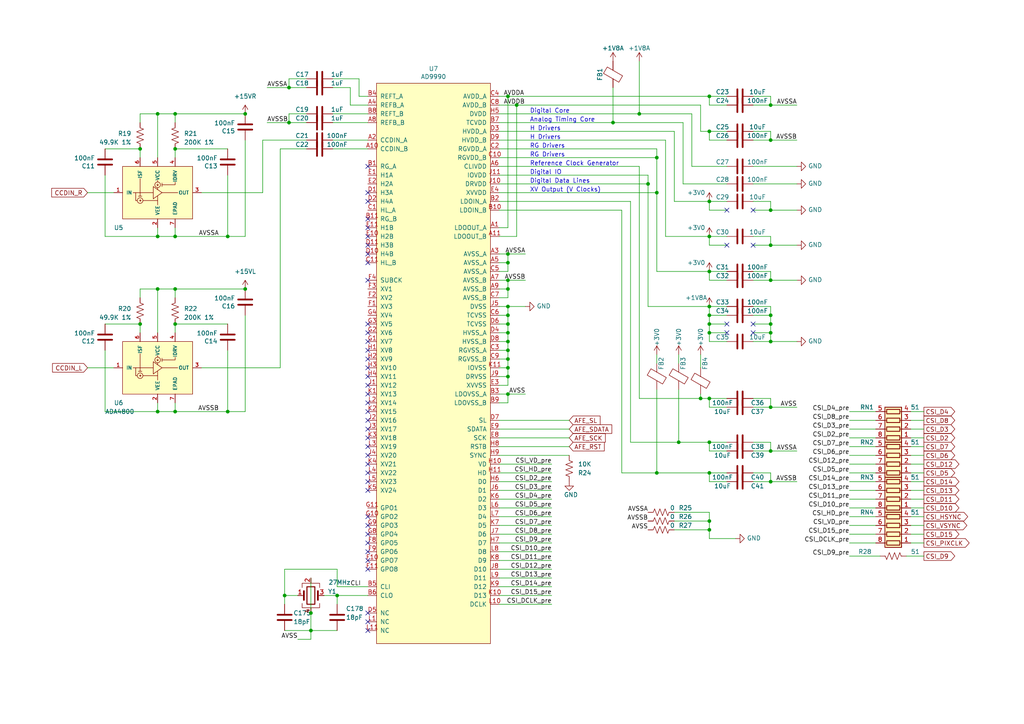
<source format=kicad_sch>
(kicad_sch (version 20231120) (generator "eeschema") (generator_version "8.0")
  (paper "A4")
  (title_block (title "Sitina 1 Sensor Board") (date "2024-03-25") (rev "R0.9") (company "Copyright 2024 Wenting Zhang") (comment 2 "MERCHANTABILITY, SATISFACTORY QUALITY AND FITNESS FOR A PARTICULAR PURPOSE.") (comment 3 "This source is distributed WITHOUT ANY EXPRESS OR IMPLIED WARRANTY, INCLUDING OF") (comment 4 "This source describes Open Hardware and is licensed under the CERN-OHL-P v2."))
  (junction (at 147.32 101.6) (diameter 0.9144))
  (junction (at 83.82 35.56))
  (junction (at 83.82 25.4))
  (junction (at 50.8 119.38))
  (junction (at 45.72 119.38))
  (junction (at 90.17 177.8) (diameter 0.9144))
  (junction (at 223.52 40.64))
  (junction (at 149.86 30.48))
  (junction (at 223.52 99.06))
  (junction (at 147.32 81.28))
  (junction (at 90.17 182.88) (diameter 0.9144))
  (junction (at 223.52 91.44))
  (junction (at 205.74 78.74) (diameter 0.9144))
  (junction (at 147.32 109.22) (diameter 0.9144))
  (junction (at 40.64 43.18))
  (junction (at 205.74 96.52))
  (junction (at 185.42 33.02))
  (junction (at 223.52 96.52))
  (junction (at 223.52 139.7))
  (junction (at 203.2 115.57))
  (junction (at 147.32 106.68) (diameter 0.9144))
  (junction (at 147.32 83.82) (diameter 0.9144))
  (junction (at 205.74 128.27))
  (junction (at 205.74 151.13))
  (junction (at 66.04 119.38))
  (junction (at 223.52 118.11))
  (junction (at 196.85 128.27))
  (junction (at 190.5 137.16))
  (junction (at 50.8 68.58))
  (junction (at 205.74 115.57))
  (junction (at 45.72 33.02) (diameter 0.9144))
  (junction (at 223.52 71.12))
  (junction (at 190.5 45.72))
  (junction (at 147.32 73.66))
  (junction (at 40.64 93.98))
  (junction (at 205.74 38.1) (diameter 0.9144))
  (junction (at 147.32 99.06) (diameter 0.9144))
  (junction (at 190.5 55.88))
  (junction (at 177.8 35.56))
  (junction (at 147.32 93.98) (diameter 0.9144))
  (junction (at 223.52 130.81))
  (junction (at 205.74 91.44))
  (junction (at 147.32 88.9))
  (junction (at 205.74 153.67))
  (junction (at 71.12 33.02))
  (junction (at 147.32 114.3))
  (junction (at 205.74 68.58) (diameter 0.9144))
  (junction (at 71.12 83.82))
  (junction (at 223.52 81.28))
  (junction (at 147.32 96.52) (diameter 0.9144))
  (junction (at 50.8 93.98))
  (junction (at 50.8 43.18))
  (junction (at 66.04 68.58))
  (junction (at 97.79 172.72))
  (junction (at 187.96 53.34))
  (junction (at 205.74 93.98))
  (junction (at 147.32 91.44) (diameter 0.9144))
  (junction (at 50.8 33.02) (diameter 0.9144))
  (junction (at 205.74 137.16))
  (junction (at 45.72 83.82) (diameter 0.9144))
  (junction (at 223.52 93.98))
  (junction (at 147.32 104.14) (diameter 0.9144))
  (junction (at 205.74 27.94) (diameter 0.9144))
  (junction (at 147.32 76.2) (diameter 0.9144))
  (junction (at 147.32 27.94))
  (junction (at 223.52 30.48))
  (junction (at 45.72 68.58))
  (junction (at 205.74 88.9))
  (junction (at 223.52 60.96))
  (junction (at 82.55 172.72) (diameter 0.9144))
  (junction (at 50.8 83.82) (diameter 0.9144))
  (junction (at 205.74 58.42) (diameter 0.9144))
  (no_connect (at 106.68 121.92))
  (no_connect (at 106.68 160.02))
  (no_connect (at 106.68 119.38))
  (no_connect (at 106.68 132.08))
  (no_connect (at 106.68 73.66))
  (no_connect (at 106.68 142.24))
  (no_connect (at 106.68 137.16))
  (no_connect (at 106.68 154.94))
  (no_connect (at 106.68 106.68))
  (no_connect (at 106.68 96.52))
  (no_connect (at 218.44 60.96))
  (no_connect (at 106.68 55.88))
  (no_connect (at 106.68 149.86))
  (no_connect (at 106.68 152.4))
  (no_connect (at 106.68 114.3))
  (no_connect (at 106.68 93.98))
  (no_connect (at 106.68 58.42))
  (no_connect (at 106.68 127))
  (no_connect (at 106.68 139.7))
  (no_connect (at 210.82 60.96))
  (no_connect (at 106.68 109.22))
  (no_connect (at 106.68 165.1))
  (no_connect (at 218.44 93.98))
  (no_connect (at 106.68 129.54))
  (no_connect (at 106.68 182.88))
  (no_connect (at 218.44 71.12))
  (no_connect (at 106.68 104.14))
  (no_connect (at 106.68 99.06))
  (no_connect (at 106.68 134.62))
  (no_connect (at 106.68 157.48))
  (no_connect (at 106.68 63.5))
  (no_connect (at 106.68 66.04))
  (no_connect (at 106.68 68.58))
  (no_connect (at 106.68 76.2))
  (no_connect (at 106.68 48.26))
  (no_connect (at 106.68 81.28))
  (no_connect (at 106.68 101.6))
  (no_connect (at 106.68 177.8))
  (no_connect (at 106.68 180.34))
  (no_connect (at 210.82 71.12))
  (no_connect (at 106.68 111.76))
  (no_connect (at 106.68 124.46))
  (no_connect (at 106.68 116.84))
  (no_connect (at 210.82 96.52))
  (no_connect (at 106.68 71.12))
  (no_connect (at 106.68 162.56))
  (no_connect (at 218.44 96.52))
  (no_connect (at 210.82 93.98))
  (wire (pts (xy 45.72 68.58) (xy 30.48 68.58)))
  (wire (pts (xy 88.9 25.4) (xy 83.82 25.4)))
  (wire (pts (xy 147.32 104.14) (xy 147.32 106.68)))
  (wire (pts (xy 205.74 40.64) (xy 210.82 40.64)))
  (wire (pts (xy 147.32 73.66) (xy 144.78 73.66)))
  (wire (pts (xy 81.28 106.68) (xy 81.28 43.18)))
  (wire (pts (xy 90.17 167.64) (xy 90.17 177.8)))
  (wire (pts (xy 147.32 88.9) (xy 152.4 88.9)))
  (wire (pts (xy 218.44 71.12) (xy 223.52 71.12)))
  (wire (pts (xy 147.32 27.94) (xy 147.32 66.04)))
  (wire (pts (xy 96.52 22.86) (xy 104.14 22.86)))
  (wire (pts (xy 40.64 43.18) (xy 40.64 45.72)))
  (wire (pts (xy 144.78 53.34) (xy 187.96 53.34)))
  (wire (pts (xy 147.32 99.06) (xy 147.32 101.6)))
  (wire (pts (xy 205.74 115.57) (xy 205.74 118.11)))
  (wire (pts (xy 187.96 88.9) (xy 205.74 88.9)))
  (wire (pts (xy 264.16 152.4) (xy 267.97 152.4)))
  (wire (pts (xy 50.8 86.36) (xy 50.8 83.82)))
  (wire (pts (xy 223.52 38.1) (xy 223.52 40.64)))
  (wire (pts (xy 190.5 43.18) (xy 190.5 45.72)))
  (wire (pts (xy 147.32 78.74) (xy 147.32 76.2)))
  (wire (pts (xy 144.78 45.72) (xy 190.5 45.72)))
  (wire (pts (xy 45.72 33.02) (xy 50.8 33.02)))
  (wire (pts (xy 144.78 27.94) (xy 147.32 27.94)))
  (wire (pts (xy 50.8 35.56) (xy 50.8 33.02)))
  (wire (pts (xy 97.79 182.88) (xy 90.17 182.88)))
  (wire (pts (xy 40.64 35.56) (xy 40.64 33.02)))
  (wire (pts (xy 144.78 172.72) (xy 160.02 172.72)))
  (wire (pts (xy 25.4 106.68) (xy 33.02 106.68)))
  (wire (pts (xy 187.96 50.8) (xy 187.96 53.34)))
  (wire (pts (xy 144.78 114.3) (xy 147.32 114.3)))
  (wire (pts (xy 246.38 119.38) (xy 254 119.38)))
  (wire (pts (xy 193.04 68.58) (xy 193.04 40.64)))
  (wire (pts (xy 30.48 119.38) (xy 45.72 119.38)))
  (wire (pts (xy 97.79 172.72) (xy 106.68 172.72)))
  (wire (pts (xy 223.52 81.28) (xy 231.14 81.28)))
  (wire (pts (xy 223.52 91.44) (xy 223.52 93.98)))
  (wire (pts (xy 147.32 93.98) (xy 147.32 91.44)))
  (wire (pts (xy 58.42 55.88) (xy 76.2 55.88)))
  (wire (pts (xy 144.78 86.36) (xy 147.32 86.36)))
  (wire (pts (xy 144.78 160.02) (xy 160.02 160.02)))
  (wire (pts (xy 205.74 156.21) (xy 205.74 153.67)))
  (wire (pts (xy 144.78 38.1) (xy 195.58 38.1)))
  (wire (pts (xy 223.52 137.16) (xy 218.44 137.16)))
  (wire (pts (xy 223.52 78.74) (xy 223.52 81.28)))
  (wire (pts (xy 196.85 102.87) (xy 196.85 105.41)))
  (wire (pts (xy 66.04 50.8) (xy 66.04 68.58)))
  (wire (pts (xy 83.82 33.02) (xy 88.9 33.02)))
  (wire (pts (xy 147.32 106.68) (xy 147.32 109.22)))
  (wire (pts (xy 144.78 165.1) (xy 160.02 165.1)))
  (wire (pts (xy 147.32 96.52) (xy 147.32 93.98)))
  (wire (pts (xy 40.64 33.02) (xy 45.72 33.02)))
  (wire (pts (xy 246.38 154.94) (xy 254 154.94)))
  (wire (pts (xy 264.16 137.16) (xy 267.97 137.16)))
  (wire (pts (xy 144.78 81.28) (xy 147.32 81.28)))
  (wire (pts (xy 58.42 106.68) (xy 81.28 106.68)))
  (wire (pts (xy 246.38 137.16) (xy 254 137.16)))
  (wire (pts (xy 205.74 78.74) (xy 205.74 81.28)))
  (wire (pts (xy 165.1 132.08) (xy 144.78 132.08)))
  (wire (pts (xy 205.74 156.21) (xy 213.36 156.21)))
  (wire (pts (xy 50.8 116.84) (xy 50.8 119.38)))
  (wire (pts (xy 205.74 78.74) (xy 210.82 78.74)))
  (wire (pts (xy 223.52 30.48) (xy 231.14 30.48)))
  (wire (pts (xy 205.74 91.44) (xy 205.74 93.98)))
  (wire (pts (xy 200.66 48.26) (xy 210.82 48.26)))
  (wire (pts (xy 246.38 152.4) (xy 254 152.4)))
  (wire (pts (xy 147.32 114.3) (xy 152.4 114.3)))
  (wire (pts (xy 144.78 116.84) (xy 147.32 116.84)))
  (wire (pts (xy 96.52 43.18) (xy 106.68 43.18)))
  (wire (pts (xy 218.44 53.34) (xy 231.14 53.34)))
  (wire (pts (xy 147.32 78.74) (xy 144.78 78.74)))
  (wire (pts (xy 218.44 81.28) (xy 223.52 81.28)))
  (wire (pts (xy 190.5 113.03) (xy 190.5 137.16)))
  (wire (pts (xy 223.52 96.52) (xy 223.52 99.06)))
  (wire (pts (xy 205.74 88.9) (xy 210.82 88.9)))
  (wire (pts (xy 82.55 182.88) (xy 90.17 182.88)))
  (wire (pts (xy 144.78 66.04) (xy 147.32 66.04)))
  (wire (pts (xy 106.68 30.48) (xy 101.6 30.48)))
  (wire (pts (xy 223.52 128.27) (xy 218.44 128.27)))
  (wire (pts (xy 205.74 91.44) (xy 210.82 91.44)))
  (wire (pts (xy 144.78 147.32) (xy 160.02 147.32)))
  (wire (pts (xy 195.58 38.1) (xy 195.58 58.42)))
  (wire (pts (xy 246.38 124.46) (xy 254 124.46)))
  (wire (pts (xy 205.74 71.12) (xy 205.74 68.58)))
  (wire (pts (xy 177.8 25.4) (xy 177.8 35.56)))
  (wire (pts (xy 205.74 93.98) (xy 210.82 93.98)))
  (wire (pts (xy 88.9 35.56) (xy 83.82 35.56)))
  (wire (pts (xy 180.34 137.16) (xy 180.34 60.96)))
  (wire (pts (xy 177.8 35.56) (xy 198.12 35.56)))
  (wire (pts (xy 203.2 115.57) (xy 205.74 115.57)))
  (wire (pts (xy 218.44 40.64) (xy 223.52 40.64)))
  (wire (pts (xy 195.58 151.13) (xy 205.74 151.13)))
  (wire (pts (xy 101.6 25.4) (xy 96.52 25.4)))
  (wire (pts (xy 246.38 132.08) (xy 254 132.08)))
  (wire (pts (xy 165.1 124.46) (xy 144.78 124.46)))
  (wire (pts (xy 223.52 118.11) (xy 231.14 118.11)))
  (wire (pts (xy 205.74 27.94) (xy 210.82 27.94)))
  (wire (pts (xy 144.78 109.22) (xy 147.32 109.22)))
  (wire (pts (xy 205.74 96.52) (xy 205.74 99.06)))
  (wire (pts (xy 218.44 91.44) (xy 223.52 91.44)))
  (wire (pts (xy 90.17 185.42) (xy 90.17 182.88)))
  (wire (pts (xy 147.32 96.52) (xy 144.78 96.52)))
  (wire (pts (xy 50.8 119.38) (xy 66.04 119.38)))
  (wire (pts (xy 182.88 128.27) (xy 196.85 128.27)))
  (wire (pts (xy 223.52 88.9) (xy 223.52 91.44)))
  (wire (pts (xy 83.82 22.86) (xy 83.82 25.4)))
  (wire (pts (xy 205.74 88.9) (xy 205.74 91.44)))
  (wire (pts (xy 144.78 60.96) (xy 180.34 60.96)))
  (wire (pts (xy 45.72 116.84) (xy 45.72 119.38)))
  (wire (pts (xy 147.32 96.52) (xy 147.32 99.06)))
  (wire (pts (xy 223.52 139.7) (xy 231.14 139.7)))
  (wire (pts (xy 40.64 86.36) (xy 40.64 83.82)))
  (wire (pts (xy 223.52 40.64) (xy 231.14 40.64)))
  (wire (pts (xy 96.52 33.02) (xy 106.68 33.02)))
  (wire (pts (xy 205.74 153.67) (xy 195.58 153.67)))
  (wire (pts (xy 200.66 33.02) (xy 200.66 48.26)))
  (wire (pts (xy 205.74 38.1) (xy 210.82 38.1)))
  (wire (pts (xy 147.32 86.36) (xy 147.32 83.82)))
  (wire (pts (xy 66.04 43.18) (xy 50.8 43.18)))
  (wire (pts (xy 76.2 40.64) (xy 88.9 40.64)))
  (wire (pts (xy 86.36 185.42) (xy 90.17 185.42)))
  (wire (pts (xy 246.38 149.86) (xy 254 149.86)))
  (wire (pts (xy 147.32 73.66) (xy 152.4 73.66)))
  (wire (pts (xy 198.12 53.34) (xy 210.82 53.34)))
  (wire (pts (xy 200.66 33.02) (xy 185.42 33.02)))
  (wire (pts (xy 264.16 132.08) (xy 267.97 132.08)))
  (wire (pts (xy 45.72 66.04) (xy 45.72 68.58)))
  (wire (pts (xy 218.44 38.1) (xy 223.52 38.1)))
  (wire (pts (xy 97.79 170.18) (xy 106.68 170.18)))
  (wire (pts (xy 264.16 119.38) (xy 267.97 119.38)))
  (wire (pts (xy 218.44 78.74) (xy 223.52 78.74)))
  (wire (pts (xy 30.48 93.98) (xy 40.64 93.98)))
  (wire (pts (xy 71.12 91.44) (xy 71.12 119.38)))
  (wire (pts (xy 218.44 88.9) (xy 223.52 88.9)))
  (wire (pts (xy 223.52 130.81) (xy 223.52 128.27)))
  (wire (pts (xy 144.78 157.48) (xy 160.02 157.48)))
  (wire (pts (xy 205.74 96.52) (xy 210.82 96.52)))
  (wire (pts (xy 90.17 177.8) (xy 90.17 182.88)))
  (wire (pts (xy 264.16 121.92) (xy 267.97 121.92)))
  (wire (pts (xy 45.72 96.52) (xy 45.72 83.82)))
  (wire (pts (xy 218.44 139.7) (xy 223.52 139.7)))
  (wire (pts (xy 144.78 55.88) (xy 190.5 55.88)))
  (wire (pts (xy 50.8 66.04) (xy 50.8 68.58)))
  (wire (pts (xy 144.78 152.4) (xy 160.02 152.4)))
  (wire (pts (xy 144.78 43.18) (xy 190.5 43.18)))
  (wire (pts (xy 144.78 68.58) (xy 149.86 68.58)))
  (wire (pts (xy 190.5 55.88) (xy 190.5 78.74)))
  (wire (pts (xy 147.32 91.44) (xy 147.32 88.9)))
  (wire (pts (xy 223.52 71.12) (xy 231.14 71.12)))
  (wire (pts (xy 246.38 127) (xy 254 127)))
  (wire (pts (xy 40.64 93.98) (xy 40.64 96.52)))
  (wire (pts (xy 144.78 139.7) (xy 160.02 139.7)))
  (wire (pts (xy 147.32 91.44) (xy 144.78 91.44)))
  (wire (pts (xy 246.38 134.62) (xy 254 134.62)))
  (wire (pts (xy 218.44 93.98) (xy 223.52 93.98)))
  (wire (pts (xy 149.86 68.58) (xy 149.86 30.48)))
  (wire (pts (xy 180.34 137.16) (xy 190.5 137.16)))
  (wire (pts (xy 264.16 129.54) (xy 267.97 129.54)))
  (wire (pts (xy 147.32 27.94) (xy 205.74 27.94)))
  (wire (pts (xy 205.74 68.58) (xy 210.82 68.58)))
  (wire (pts (xy 190.5 78.74) (xy 205.74 78.74)))
  (wire (pts (xy 182.88 58.42) (xy 182.88 128.27)))
  (wire (pts (xy 246.38 157.48) (xy 254 157.48)))
  (wire (pts (xy 185.42 17.78) (xy 185.42 33.02)))
  (wire (pts (xy 144.78 104.14) (xy 147.32 104.14)))
  (wire (pts (xy 30.48 68.58) (xy 30.48 50.8)))
  (wire (pts (xy 205.74 137.16) (xy 210.82 137.16)))
  (wire (pts (xy 223.52 60.96) (xy 231.14 60.96)))
  (wire (pts (xy 190.5 102.87) (xy 190.5 105.41)))
  (wire (pts (xy 205.74 68.58) (xy 193.04 68.58)))
  (wire (pts (xy 144.78 88.9) (xy 147.32 88.9)))
  (wire (pts (xy 40.64 83.82) (xy 45.72 83.82)))
  (wire (pts (xy 144.78 144.78) (xy 160.02 144.78)))
  (wire (pts (xy 203.2 38.1) (xy 205.74 38.1)))
  (wire (pts (xy 147.32 106.68) (xy 144.78 106.68)))
  (wire (pts (xy 144.78 162.56) (xy 160.02 162.56)))
  (wire (pts (xy 205.74 58.42) (xy 210.82 58.42)))
  (wire (pts (xy 205.74 93.98) (xy 205.74 96.52)))
  (wire (pts (xy 223.52 139.7) (xy 223.52 137.16)))
  (wire (pts (xy 144.78 48.26) (xy 185.42 48.26)))
  (wire (pts (xy 30.48 43.18) (xy 40.64 43.18)))
  (wire (pts (xy 246.38 121.92) (xy 254 121.92)))
  (wire (pts (xy 86.36 172.72) (xy 82.55 172.72)))
  (wire (pts (xy 147.32 101.6) (xy 144.78 101.6)))
  (wire (pts (xy 223.52 58.42) (xy 223.52 60.96)))
  (wire (pts (xy 196.85 128.27) (xy 205.74 128.27)))
  (wire (pts (xy 246.38 161.29) (xy 255.27 161.29)))
  (wire (pts (xy 210.82 139.7) (xy 205.74 139.7)))
  (wire (pts (xy 196.85 113.03) (xy 196.85 128.27)))
  (wire (pts (xy 218.44 99.06) (xy 223.52 99.06)))
  (wire (pts (xy 223.52 99.06) (xy 231.14 99.06)))
  (wire (pts (xy 190.5 45.72) (xy 190.5 55.88)))
  (wire (pts (xy 45.72 83.82) (xy 50.8 83.82)))
  (wire (pts (xy 77.47 35.56) (xy 83.82 35.56)))
  (wire (pts (xy 190.5 137.16) (xy 205.74 137.16)))
  (wire (pts (xy 96.52 40.64) (xy 106.68 40.64)))
  (wire (pts (xy 223.52 115.57) (xy 218.44 115.57)))
  (wire (pts (xy 25.4 55.88) (xy 33.02 55.88)))
  (wire (pts (xy 50.8 33.02) (xy 71.12 33.02)))
  (wire (pts (xy 144.78 99.06) (xy 147.32 99.06)))
  (wire (pts (xy 147.32 111.76) (xy 144.78 111.76)))
  (wire (pts (xy 210.82 60.96) (xy 205.74 60.96)))
  (wire (pts (xy 223.52 27.94) (xy 223.52 30.48)))
  (wire (pts (xy 205.74 128.27) (xy 210.82 128.27)))
  (wire (pts (xy 147.32 81.28) (xy 152.4 81.28)))
  (wire (pts (xy 193.04 40.64) (xy 144.78 40.64)))
  (wire (pts (xy 147.32 83.82) (xy 144.78 83.82)))
  (wire (pts (xy 205.74 60.96) (xy 205.74 58.42)))
  (wire (pts (xy 144.78 170.18) (xy 160.02 170.18)))
  (wire (pts (xy 45.72 119.38) (xy 50.8 119.38)))
  (wire (pts (xy 144.78 137.16) (xy 160.02 137.16)))
  (wire (pts (xy 264.16 139.7) (xy 267.97 139.7)))
  (wire (pts (xy 246.38 129.54) (xy 254 129.54)))
  (wire (pts (xy 144.78 33.02) (xy 185.42 33.02)))
  (wire (pts (xy 218.44 30.48) (xy 223.52 30.48)))
  (wire (pts (xy 149.86 30.48) (xy 203.2 30.48)))
  (wire (pts (xy 165.1 129.54) (xy 144.78 129.54)))
  (wire (pts (xy 264.16 127) (xy 267.97 127)))
  (wire (pts (xy 144.78 35.56) (xy 177.8 35.56)))
  (wire (pts (xy 205.74 137.16) (xy 205.74 139.7)))
  (wire (pts (xy 218.44 130.81) (xy 223.52 130.81)))
  (wire (pts (xy 205.74 148.59) (xy 205.74 151.13)))
  (wire (pts (xy 223.52 130.81) (xy 231.14 130.81)))
  (wire (pts (xy 30.48 119.38) (xy 30.48 101.6)))
  (wire (pts (xy 210.82 99.06) (xy 205.74 99.06)))
  (wire (pts (xy 144.78 50.8) (xy 187.96 50.8)))
  (wire (pts (xy 144.78 167.64) (xy 160.02 167.64)))
  (wire (pts (xy 203.2 102.87) (xy 203.2 106.68)))
  (wire (pts (xy 82.55 172.72) (xy 82.55 175.26)))
  (wire (pts (xy 262.89 161.29) (xy 267.97 161.29)))
  (wire (pts (xy 264.16 144.78) (xy 267.97 144.78)))
  (wire (pts (xy 82.55 165.1) (xy 97.79 165.1)))
  (wire (pts (xy 66.04 68.58) (xy 50.8 68.58)))
  (wire (pts (xy 185.42 48.26) (xy 185.42 115.57)))
  (wire (pts (xy 264.16 149.86) (xy 267.97 149.86)))
  (wire (pts (xy 205.74 38.1) (xy 205.74 40.64)))
  (wire (pts (xy 144.78 149.86) (xy 160.02 149.86)))
  (wire (pts (xy 45.72 45.72) (xy 45.72 33.02)))
  (wire (pts (xy 144.78 142.24) (xy 160.02 142.24)))
  (wire (pts (xy 210.82 81.28) (xy 205.74 81.28)))
  (wire (pts (xy 88.9 43.18) (xy 81.28 43.18)))
  (wire (pts (xy 147.32 109.22) (xy 147.32 111.76)))
  (wire (pts (xy 218.44 58.42) (xy 223.52 58.42)))
  (wire (pts (xy 205.74 115.57) (xy 210.82 115.57)))
  (wire (pts (xy 205.74 151.13) (xy 205.74 153.67)))
  (wire (pts (xy 218.44 118.11) (xy 223.52 118.11)))
  (wire (pts (xy 218.44 68.58) (xy 223.52 68.58)))
  (wire (pts (xy 203.2 30.48) (xy 203.2 38.1)))
  (wire (pts (xy 187.96 53.34) (xy 187.96 88.9)))
  (wire (pts (xy 195.58 58.42) (xy 205.74 58.42)))
  (wire (pts (xy 50.8 93.98) (xy 50.8 96.52)))
  (wire (pts (xy 218.44 48.26) (xy 231.14 48.26)))
  (wire (pts (xy 144.78 93.98) (xy 147.32 93.98)))
  (wire (pts (xy 218.44 96.52) (xy 223.52 96.52)))
  (wire (pts (xy 71.12 68.58) (xy 66.04 68.58)))
  (wire (pts (xy 246.38 142.24) (xy 254 142.24)))
  (wire (pts (xy 264.16 157.48) (xy 267.97 157.48)))
  (wire (pts (xy 76.2 55.88) (xy 76.2 40.64)))
  (wire (pts (xy 77.47 25.4) (xy 83.82 25.4)))
  (wire (pts (xy 147.32 83.82) (xy 147.32 81.28)))
  (wire (pts (xy 147.32 76.2) (xy 147.32 73.66)))
  (wire (pts (xy 144.78 58.42) (xy 182.88 58.42)))
  (wire (pts (xy 83.82 33.02) (xy 83.82 35.56)))
  (wire (pts (xy 223.52 93.98) (xy 223.52 96.52)))
  (wire (pts (xy 144.78 175.26) (xy 160.02 175.26)))
  (wire (pts (xy 71.12 40.64) (xy 71.12 68.58)))
  (wire (pts (xy 210.82 130.81) (xy 205.74 130.81)))
  (wire (pts (xy 96.52 35.56) (xy 106.68 35.56)))
  (wire (pts (xy 218.44 60.96) (xy 223.52 60.96)))
  (wire (pts (xy 88.9 22.86) (xy 83.82 22.86)))
  (wire (pts (xy 50.8 43.18) (xy 50.8 45.72)))
  (wire (pts (xy 264.16 124.46) (xy 267.97 124.46)))
  (wire (pts (xy 264.16 142.24) (xy 267.97 142.24)))
  (wire (pts (xy 218.44 27.94) (xy 223.52 27.94)))
  (wire (pts (xy 185.42 115.57) (xy 203.2 115.57)))
  (wire (pts (xy 205.74 30.48) (xy 205.74 27.94)))
  (wire (pts (xy 210.82 118.11) (xy 205.74 118.11)))
  (wire (pts (xy 144.78 134.62) (xy 160.02 134.62)))
  (wire (pts (xy 106.68 27.94) (xy 104.14 27.94)))
  (wire (pts (xy 97.79 172.72) (xy 97.79 175.26)))
  (wire (pts (xy 82.55 165.1) (xy 82.55 172.72)))
  (wire (pts (xy 66.04 101.6) (xy 66.04 119.38)))
  (wire (pts (xy 223.52 118.11) (xy 223.52 115.57)))
  (wire (pts (xy 93.98 172.72) (xy 97.79 172.72)))
  (wire (pts (xy 210.82 71.12) (xy 205.74 71.12)))
  (wire (pts (xy 97.79 165.1) (xy 97.79 170.18)))
  (wire (pts (xy 144.78 30.48) (xy 149.86 30.48)))
  (wire (pts (xy 264.16 134.62) (xy 267.97 134.62)))
  (wire (pts (xy 147.32 101.6) (xy 147.32 104.14)))
  (wire (pts (xy 104.14 27.94) (xy 104.14 22.86)))
  (wire (pts (xy 144.78 76.2) (xy 147.32 76.2)))
  (wire (pts (xy 264.16 147.32) (xy 267.97 147.32)))
  (wire (pts (xy 50.8 68.58) (xy 45.72 68.58)))
  (wire (pts (xy 210.82 30.48) (xy 205.74 30.48)))
  (wire (pts (xy 246.38 144.78) (xy 254 144.78)))
  (wire (pts (xy 71.12 119.38) (xy 66.04 119.38)))
  (wire (pts (xy 198.12 53.34) (xy 198.12 35.56)))
  (wire (pts (xy 50.8 83.82) (xy 71.12 83.82)))
  (wire (pts (xy 246.38 139.7) (xy 254 139.7)))
  (wire (pts (xy 147.32 114.3) (xy 147.32 116.84)))
  (wire (pts (xy 203.2 114.3) (xy 203.2 115.57)))
  (wire (pts (xy 205.74 128.27) (xy 205.74 130.81)))
  (wire (pts (xy 264.16 154.94) (xy 267.97 154.94)))
  (wire (pts (xy 223.52 68.58) (xy 223.52 71.12)))
  (wire (pts (xy 195.58 148.59) (xy 205.74 148.59)))
  (wire (pts (xy 101.6 30.48) (xy 101.6 25.4)))
  (wire (pts (xy 144.78 154.94) (xy 160.02 154.94)))
  (wire (pts (xy 165.1 121.92) (xy 144.78 121.92)))
  (wire (pts (xy 246.38 147.32) (xy 254 147.32)))
  (wire (pts (xy 165.1 127) (xy 144.78 127)))
  (wire (pts (xy 66.04 93.98) (xy 50.8 93.98)))
  (text "RG Drivers" (at 153.67 43.18 0) (effects (font (size 1.27 1.27)) (justify left bottom)))
  (text "Digital Data Lines" (at 153.67 53.34 0) (effects (font (size 1.27 1.27)) (justify left bottom)))
  (text "Digital Core" (at 153.67 33.02 0) (effects (font (size 1.27 1.27)) (justify left bottom)))
  (text "Digital IO" (at 153.67 50.8 0) (effects (font (size 1.27 1.27)) (justify left bottom)))
  (text "Reference Clock Generator" (at 153.67 48.26 0) (effects (font (size 1.27 1.27)) (justify left bottom)))
  (text "H Drivers" (at 153.67 38.1 0) (effects (font (size 1.27 1.27)) (justify left bottom)))
  (text "H Drivers" (at 153.67 40.64 0) (effects (font (size 1.27 1.27)) (justify left bottom)))
  (text "RG Drivers" (at 153.67 45.72 0) (effects (font (size 1.27 1.27)) (justify left bottom)))
  (text "Analog Timing Core" (at 153.67 35.56 0) (effects (font (size 1.27 1.27)) (justify left bottom)))
  (text "XV Output (V Clocks)" (at 153.67 55.88 0) (effects (font (size 1.27 1.27)) (justify left bottom)))
  (label "CSI_D15_pre" (at 160.02 172.72 180))
  (label "AVSSB" (at 77.47 35.56 0))
  (label "CSI_D4_pre" (at 160.02 144.78 180))
  (label "CSI_D5_pre" (at 160.02 147.32 180))
  (label "AVDDA" (at 146.05 27.94 0))
  (label "CSI_D6_pre" (at 246.38 132.08 180))
  (label "CLI" (at 101.6 170.18 0))
  (label "AVSSA" (at 77.47 25.4 0))
  (label "CSI_D11_pre" (at 246.38 144.78 180))
  (label "CSI_D13_pre" (at 160.02 167.64 180))
  (label "CSI_D6_pre" (at 160.02 149.86 180))
  (label "CSI_D8_pre" (at 246.38 121.92 180))
  (label "AVSS" (at 86.36 185.42 180))
  (label "CSI_D14_pre" (at 160.02 170.18 180))
  (label "CSI_D14_pre" (at 246.38 139.7 180))
  (label "CSI_D3_pre" (at 160.02 142.24 180))
  (label "AVSSB" (at 187.96 151.13 180))
  (label "AVSS" (at 231.14 118.11 180))
  (label "CSI_D2_pre" (at 246.38 127 180))
  (label "CSI_D10_pre" (at 160.02 160.02 180))
  (label "CSI_DCLK_pre" (at 246.38 157.48 180))
  (label "AVSSB" (at 152.4 81.28 180))
  (label "CSI_D9_pre" (at 160.02 157.48 180))
  (label "AVSSA" (at 152.4 73.66 180))
  (label "CSI_D5_pre" (at 246.38 137.16 180))
  (label "AVSSA" (at 231.14 130.81 180))
  (label "AVDDB" (at 146.05 30.48 0))
  (label "CSI_HD_pre" (at 160.02 137.16 180))
  (label "AVSSB" (at 231.14 139.7 180))
  (label "CSI_HD_pre" (at 246.38 149.86 180))
  (label "AVSSA" (at 187.96 148.59 180))
  (label "AVSSB" (at 231.14 40.64 180))
  (label "AVSSA" (at 63.5 68.58 180))
  (label "AVSS" (at 187.96 153.67 180))
  (label "AVSSB" (at 63.5 119.38 180))
  (label "CSI_VD_pre" (at 246.38 152.4 180))
  (label "CSI_D13_pre" (at 246.38 142.24 180))
  (label "CSI_D2_pre" (at 160.02 139.7 180))
  (label "CSI_D3_pre" (at 246.38 124.46 180))
  (label "CSI_D11_pre" (at 160.02 162.56 180))
  (label "AVSS" (at 152.4 114.3 180))
  (label "CSI_D7_pre" (at 160.02 152.4 180))
  (label "CSI_D8_pre" (at 160.02 154.94 180))
  (label "CSI_D9_pre" (at 246.38 161.29 180))
  (label "CSI_D12_pre" (at 160.02 165.1 180))
  (label "CSI_DCLK_pre" (at 160.02 175.26 180))
  (label "CSI_VD_pre" (at 160.02 134.62 180))
  (label "CSI_D10_pre" (at 246.38 147.32 180))
  (label "AVSSA" (at 231.14 30.48 180))
  (label "CSI_D12_pre" (at 246.38 134.62 180))
  (label "CSI_D15_pre" (at 246.38 154.94 180))
  (label "CSI_D4_pre" (at 246.38 119.38 180))
  (label "CSI_D7_pre" (at 246.38 129.54 180))
  (global_label "AFE_RST" (shape input) (at 165.1 129.54 0) (property "Intersheetrefs" "${INTERSHEET_REFS}" (effects (hide yes))))
  (global_label "CSI_D9" (shape output) (at 267.97 161.29 0) (property "Intersheetrefs" "${INTERSHEET_REFS}" (effects (hide yes))))
  (global_label "CSI_D4" (shape output) (at 267.97 119.38 0) (property "Intersheetrefs" "${INTERSHEET_REFS}" (effects (hide yes))))
  (global_label "AFE_SL" (shape input) (at 165.1 121.92 0) (property "Intersheetrefs" "${INTERSHEET_REFS}" (effects (hide yes))))
  (global_label "AFE_SDATA" (shape input) (at 165.1 124.46 0) (property "Intersheetrefs" "${INTERSHEET_REFS}" (effects (hide yes))))
  (global_label "CSI_PIXCLK" (shape output) (at 267.97 157.48 0) (property "Intersheetrefs" "${INTERSHEET_REFS}" (effects (hide yes))))
  (global_label "CSI_D2" (shape output) (at 267.97 127 0) (property "Intersheetrefs" "${INTERSHEET_REFS}" (effects (hide yes))))
  (global_label "CSI_D3" (shape output) (at 267.97 124.46 0) (property "Intersheetrefs" "${INTERSHEET_REFS}" (effects (hide yes))))
  (global_label "CSI_HSYNC" (shape output) (at 267.97 149.86 0) (property "Intersheetrefs" "${INTERSHEET_REFS}" (effects (hide yes))))
  (global_label "CSI_D13" (shape output) (at 267.97 142.24 0) (property "Intersheetrefs" "${INTERSHEET_REFS}" (effects (hide yes))))
  (global_label "CSI_D15" (shape output) (at 267.97 154.94 0) (property "Intersheetrefs" "${INTERSHEET_REFS}" (effects (hide yes))))
  (global_label "CSI_D12" (shape output) (at 267.97 134.62 0) (property "Intersheetrefs" "${INTERSHEET_REFS}" (effects (hide yes))))
  (global_label "CSI_D5" (shape output) (at 267.97 137.16 0) (property "Intersheetrefs" "${INTERSHEET_REFS}" (effects (hide yes))))
  (global_label "CSI_D6" (shape output) (at 267.97 132.08 0) (property "Intersheetrefs" "${INTERSHEET_REFS}" (effects (hide yes))))
  (global_label "CCDIN_L" (shape input) (at 25.4 106.68 180) (property "Intersheetrefs" "${INTERSHEET_REFS}" (effects (hide yes))))
  (global_label "CSI_D7" (shape output) (at 267.97 129.54 0) (property "Intersheetrefs" "${INTERSHEET_REFS}" (effects (hide yes))))
  (global_label "CSI_D8" (shape output) (at 267.97 121.92 0) (property "Intersheetrefs" "${INTERSHEET_REFS}" (effects (hide yes))))
  (global_label "CCDIN_R" (shape input) (at 25.4 55.88 180) (property "Intersheetrefs" "${INTERSHEET_REFS}" (effects (hide yes))))
  (global_label "CSI_D14" (shape output) (at 267.97 139.7 0) (property "Intersheetrefs" "${INTERSHEET_REFS}" (effects (hide yes))))
  (global_label "CSI_VSYNC" (shape output) (at 267.97 152.4 0) (property "Intersheetrefs" "${INTERSHEET_REFS}" (effects (hide yes))))
  (global_label "CSI_D10" (shape output) (at 267.97 147.32 0) (property "Intersheetrefs" "${INTERSHEET_REFS}" (effects (hide yes))))
  (global_label "AFE_SCK" (shape input) (at 165.1 127 0) (property "Intersheetrefs" "${INTERSHEET_REFS}" (effects (hide yes))))
  (global_label "CSI_D11" (shape output) (at 267.97 144.78 0) (property "Intersheetrefs" "${INTERSHEET_REFS}" (effects (hide yes))))
  (symbol (lib_id "Device:R_US") (at 40.64 39.37 0) (unit 1)
    (property "Reference" "R19" (at 38.1 38.735 0) (effects (justify right)))
    (property "Value" "49.9K 1%" (at 38.1 41.275 0) (effects (justify right)))
    (property "Footprint" "Resistor_SMD:R_0402_1005Metric" (effects (hide yes)))
  )
  (symbol (lib_id "Device:C") (at 214.63 27.94 270) (unit 1)
    (property "Reference" "C23" (at 209.55 26.67 90))
    (property "Value" "10uF" (at 219.71 26.67 90))
    (property "Footprint" "Capacitor_SMD:C_0603_1608Metric" (effects (hide yes)))
  )
  (symbol (lib_id "power:+1V8") (at 177.8 17.78 0) (unit 1)
    (property "Reference" "#PWR048" (effects (hide yes)))
    (property "Value" "+1V8A" (at 177.8 13.97 0))
  )
  (symbol (lib_id "Device:C") (at 214.63 137.16 90) (unit 1)
    (property "Reference" "C40" (at 219.71 138.43 90))
    (property "Value" "100nF" (at 209.55 138.43 90))
    (property "Footprint" "Capacitor_SMD:C_0402_1005Metric" (effects (hide yes)))
  )
  (symbol (lib_id "power:GND") (at 165.1 139.7 0) (unit 1)
    (property "Reference" "#PWR047" (effects (hide yes)))
    (property "Value" "GND" (at 167.64 143.51 0) (effects (justify right)))
  )
  (symbol (lib_id "Device:C") (at 92.71 22.86 270) (unit 1)
    (property "Reference" "C17" (at 87.63 21.59 90))
    (property "Value" "1uF" (at 97.79 21.59 90))
    (property "Footprint" "Capacitor_SMD:C_0402_1005Metric" (effects (hide yes)))
  )
  (symbol (lib_id "power:GND") (at 231.14 81.28 90) (unit 1)
    (property "Reference" "#PWR0286" (effects (hide yes)))
    (property "Value" "GND" (at 234.3912 81.153 90) (effects (justify right)))
  )
  (symbol (lib_id "Device:C") (at 214.63 53.34 270) (unit 1)
    (property "Reference" "C28" (at 209.55 52.07 90))
    (property "Value" "100nF" (at 219.71 52.07 90))
    (property "Footprint" "Capacitor_SMD:C_0402_1005Metric" (effects (hide yes)))
  )
  (symbol (lib_id "Device:C") (at 66.04 46.99 0) (unit 1)
    (property "Reference" "C13" (at 63.119 48.1584 0) (effects (justify right)))
    (property "Value" "100nF" (at 63.119 45.847 0) (effects (justify right)))
    (property "Footprint" "Capacitor_SMD:C_0402_1005Metric" (effects (hide yes)))
  )
  (symbol (lib_id "power:+3V0") (at 203.2 102.87 0) (unit 1)
    (property "Reference" "#PWR052" (effects (hide yes)))
    (property "Value" "+3V0" (at 203.2 97.79 90))
  )
  (symbol (lib_id "Device:FerriteBead") (at 190.5 109.22 0) (unit 1)
    (property "Reference" "FB2" (at 191.77 105.41 90))
    (property "Value" "120R" (effects (hide yes)))
    (property "Footprint" "Inductor_SMD:L_0402_1005Metric" (effects (hide yes)))
  )
  (symbol (lib_id "Device:R_Pack04") (at 259.08 132.08 90) (unit 1)
    (property "Reference" "RN2" (at 251.46 128.27 90))
    (property "Value" "51" (at 265.43 128.27 90))
    (property "Footprint" "Resistor_SMD:R_Array_Convex_4x0402" (effects (hide yes)))
  )
  (symbol (lib_id "Device:FerriteBead") (at 203.2 110.49 0) (unit 1)
    (property "Reference" "FB4" (at 204.47 105.41 90))
    (property "Value" "120R" (effects (hide yes)))
    (property "Footprint" "Inductor_SMD:L_0402_1005Metric" (effects (hide yes)))
  )
  (symbol (lib_id "power:GND") (at 231.14 53.34 90) (unit 1)
    (property "Reference" "#PWR057" (effects (hide yes)))
    (property "Value" "GND" (at 234.3912 53.213 90) (effects (justify right)))
  )
  (symbol (lib_id "power:+3V0") (at 190.5 102.87 0) (unit 1)
    (property "Reference" "#PWR050" (effects (hide yes)))
    (property "Value" "+3V0" (at 190.5 97.79 90))
  )
  (symbol (lib_id "Device:C") (at 214.63 118.11 90) (unit 1)
    (property "Reference" "C37" (at 219.71 119.38 90))
    (property "Value" "10uF" (at 209.55 119.38 90))
    (property "Footprint" "Capacitor_SMD:C_0603_1608Metric" (effects (hide yes)))
  )
  (symbol (lib_id "Device:C") (at 30.48 97.79 0) (unit 1)
    (property "Reference" "C12" (at 27.559 98.9584 0) (effects (justify right)))
    (property "Value" "100nF" (at 27.559 96.647 0) (effects (justify right)))
    (property "Footprint" "Capacitor_SMD:C_0402_1005Metric" (effects (hide yes)))
  )
  (symbol (lib_id "Device:FerriteBead") (at 196.85 109.22 0) (unit 1)
    (property "Reference" "FB3" (at 198.12 105.41 90))
    (property "Value" "120R" (effects (hide yes)))
    (property "Footprint" "Inductor_SMD:L_0402_1005Metric" (effects (hide yes)))
  )
  (symbol (lib_id "power:+1V8") (at 185.42 17.78 0) (unit 1)
    (property "Reference" "#PWR049" (effects (hide yes)))
    (property "Value" "+1V8A" (at 185.42 13.97 0))
  )
  (symbol (lib_id "Device:R_US") (at 50.8 39.37 0) (mirror y) (unit 1)
    (property "Reference" "R21" (at 53.34 38.735 0) (effects (justify right)))
    (property "Value" "200K 1%" (at 53.34 41.275 0) (effects (justify right)))
    (property "Footprint" "Resistor_SMD:R_0402_1005Metric" (effects (hide yes)))
  )
  (symbol (lib_id "power:GND") (at 213.36 156.21 90) (unit 1)
    (property "Reference" "#PWR061" (effects (hide yes)))
    (property "Value" "GND" (at 216.6112 156.083 90) (effects (justify right)))
  )
  (symbol (lib_id "symbols:+15VR") (at 71.12 33.02 0) (unit 1)
    (property "Reference" "#PWR044" (effects (hide yes)))
    (property "Value" "+15VR" (at 71.12 27.94 0))
  )
  (symbol (lib_id "power:GND") (at 231.14 60.96 90) (unit 1)
    (property "Reference" "#PWR058" (effects (hide yes)))
    (property "Value" "GND" (at 234.3912 60.833 90) (effects (justify right)))
  )
  (symbol (lib_id "power:+3V0") (at 196.85 102.87 0) (unit 1)
    (property "Reference" "#PWR051" (effects (hide yes)))
    (property "Value" "+3V0" (at 196.85 97.79 90))
  )
  (symbol (lib_id "Sitina:AD9990") (at 124.46 63.5 0) (unit 1)
    (property "Reference" "U7" (at 125.73 19.939 0))
    (property "Value" "AD9990" (at 125.73 22.2504 0))
    (property "Footprint" "footprints:BGA-112_11x11_8.0x8.0mm" (effects (hide yes)))
  )
  (symbol (lib_id "Device:C") (at 97.79 179.07 0) (mirror x) (unit 1)
    (property "Reference" "C178" (at 100.33 176.53 0) (effects (justify left)))
    (property "Value" "18pF" (at 100.33 179.07 0) (effects (justify left)))
    (property "Footprint" "Capacitor_SMD:C_0402_1005Metric" (effects (hide yes)))
  )
  (symbol (lib_id "Device:R_US") (at 191.77 153.67 90) (unit 1)
    (property "Reference" "R27" (at 196.85 152.4 90) (effects (justify right)))
    (property "Value" "0" (at 194.31 152.4 90) (effects (justify right)))
    (property "Footprint" "Resistor_SMD:R_0402_1005Metric" (effects (hide yes)))
  )
  (symbol (lib_id "Device:C") (at 214.63 58.42 270) (unit 1)
    (property "Reference" "C29" (at 209.55 57.15 90))
    (property "Value" "10uF" (at 219.71 57.15 90))
    (property "Footprint" "Capacitor_SMD:C_0603_1608Metric" (effects (hide yes)))
  )
  (symbol (lib_id "power:+3V0") (at 205.74 58.42 0) (unit 1)
    (property "Reference" "#PWR053" (effects (hide yes)))
    (property "Value" "+3V0" (at 201.93 55.88 0))
  )
  (symbol (lib_id "Device:C") (at 214.63 78.74 270) (unit 1)
    (property "Reference" "C31" (at 209.55 77.47 90))
    (property "Value" "100nF" (at 219.71 77.47 90))
    (property "Footprint" "Capacitor_SMD:C_0402_1005Metric" (effects (hide yes)))
  )
  (symbol (lib_id "Sitina:ADA4800") (at 45.72 38.1 0) (unit 1)
    (property "Reference" "U5" (at 33.02 66.04 0) (effects (justify left)))
    (property "Value" "ADA4800" (effects (hide yes)))
    (property "Footprint" "footprints:DFN-6-1EP_1.6x1.6mm_P0.5mm_EP0.5x1.05mm" (effects (hide yes)))
  )
  (symbol (lib_id "power:GND") (at 231.14 48.26 90) (unit 1)
    (property "Reference" "#PWR056" (effects (hide yes)))
    (property "Value" "GND" (at 234.3912 48.133 90) (effects (justify right)))
  )
  (symbol (lib_id "Device:C") (at 30.48 46.99 0) (unit 1)
    (property "Reference" "C11" (at 27.559 48.1584 0) (effects (justify right)))
    (property "Value" "100nF" (at 27.559 45.847 0) (effects (justify right)))
    (property "Footprint" "Capacitor_SMD:C_0402_1005Metric" (effects (hide yes)))
  )
  (symbol (lib_id "Device:FerriteBead") (at 177.8 21.59 180) (unit 1)
    (property "Reference" "FB1" (at 173.99 21.59 90))
    (property "Value" "120R" (effects (hide yes)))
    (property "Footprint" "Inductor_SMD:L_0402_1005Metric" (effects (hide yes)))
  )
  (symbol (lib_id "Device:R_US") (at 191.77 151.13 90) (unit 1)
    (property "Reference" "R26" (at 196.85 149.86 90) (effects (justify right)))
    (property "Value" "0" (at 194.31 149.86 90) (effects (justify right)))
    (property "Footprint" "Resistor_SMD:R_0402_1005Metric" (effects (hide yes)))
  )
  (symbol (lib_id "Device:C") (at 82.55 179.07 0) (mirror x) (unit 1)
    (property "Reference" "C175" (at 85.09 177.8 0) (effects (justify left)))
    (property "Value" "18pF" (at 85.09 180.34 0) (effects (justify left)))
    (property "Footprint" "Capacitor_SMD:C_0402_1005Metric" (effects (hide yes)))
  )
  (symbol (lib_id "Device:R_Pack04") (at 259.08 121.92 90) (unit 1)
    (property "Reference" "RN1" (at 251.46 118.11 90))
    (property "Value" "51" (at 265.43 118.11 90))
    (property "Footprint" "Resistor_SMD:R_Array_Convex_4x0402" (effects (hide yes)))
  )
  (symbol (lib_id "power:GND") (at 231.14 71.12 90) (unit 1)
    (property "Reference" "#PWR059" (effects (hide yes)))
    (property "Value" "GND" (at 234.3912 70.993 90) (effects (justify right)))
  )
  (symbol (lib_id "Device:R_US") (at 40.64 90.17 0) (unit 1)
    (property "Reference" "R20" (at 38.1 89.535 0) (effects (justify right)))
    (property "Value" "49.9K 1%" (at 38.1 92.075 0) (effects (justify right)))
    (property "Footprint" "Resistor_SMD:R_0402_1005Metric" (effects (hide yes)))
  )
  (symbol (lib_id "Device:C") (at 214.63 139.7 90) (unit 1)
    (property "Reference" "C41" (at 219.71 140.97 90))
    (property "Value" "10uF" (at 209.55 140.97 90))
    (property "Footprint" "Capacitor_SMD:C_0603_1608Metric" (effects (hide yes)))
  )
  (symbol (lib_id "Device:R_US") (at 165.1 135.89 180) (unit 1)
    (property "Reference" "R24" (at 167.64 137.16 0) (effects (justify right)))
    (property "Value" "10K" (at 167.64 134.62 0) (effects (justify right)))
    (property "Footprint" "Resistor_SMD:R_0402_1005Metric" (effects (hide yes)))
  )
  (symbol (lib_id "Device:R_US") (at 191.77 148.59 90) (unit 1)
    (property "Reference" "R25" (at 196.85 147.32 90) (effects (justify right)))
    (property "Value" "0" (at 194.31 147.32 90) (effects (justify right)))
    (property "Footprint" "Resistor_SMD:R_0402_1005Metric" (effects (hide yes)))
  )
  (symbol (lib_id "power:GND") (at 231.14 99.06 90) (unit 1)
    (property "Reference" "#PWR060" (effects (hide yes)))
    (property "Value" "GND" (at 234.3912 98.933 90) (effects (justify right)))
  )
  (symbol (lib_id "Device:C") (at 214.63 81.28 270) (unit 1)
    (property "Reference" "C32" (at 209.55 80.01 90))
    (property "Value" "100nF" (at 219.71 80.01 90))
    (property "Footprint" "Capacitor_SMD:C_0402_1005Metric" (effects (hide yes)))
  )
  (symbol (lib_id "Device:C") (at 214.63 91.44 270) (unit 1)
    (property "Reference" "C34" (at 209.55 90.17 90))
    (property "Value" "100nF" (at 219.71 90.17 90))
    (property "Footprint" "Capacitor_SMD:C_0402_1005Metric" (effects (hide yes)))
  )
  (symbol (lib_id "Device:C") (at 214.63 40.64 270) (unit 1)
    (property "Reference" "C26" (at 209.55 39.37 90))
    (property "Value" "100nF" (at 219.71 39.37 90))
    (property "Footprint" "Capacitor_SMD:C_0402_1005Metric" (effects (hide yes)))
  )
  (symbol (lib_id "Device:R_Pack04") (at 259.08 152.4 90) (unit 1)
    (property "Reference" "RN4" (at 251.46 148.59 90))
    (property "Value" "51" (at 265.43 148.59 90))
    (property "Footprint" "Resistor_SMD:R_Array_Convex_4x0402" (effects (hide yes)))
  )
  (symbol (lib_id "Device:C") (at 92.71 33.02 270) (unit 1)
    (property "Reference" "C19" (at 87.63 31.75 90))
    (property "Value" "1uF" (at 97.79 31.75 90))
    (property "Footprint" "Capacitor_SMD:C_0402_1005Metric" (effects (hide yes)))
  )
  (symbol (lib_id "Device:C") (at 214.63 130.81 90) (unit 1)
    (property "Reference" "C39" (at 219.71 132.08 90))
    (property "Value" "10uF" (at 209.55 132.08 90))
    (property "Footprint" "Capacitor_SMD:C_0603_1608Metric" (effects (hide yes)))
  )
  (symbol (lib_id "Device:C") (at 214.63 68.58 270) (unit 1)
    (property "Reference" "C30" (at 209.55 67.31 90))
    (property "Value" "10uF" (at 219.71 67.31 90))
    (property "Footprint" "Capacitor_SMD:C_0603_1608Metric" (effects (hide yes)))
  )
  (symbol (lib_id "Device:C") (at 71.12 36.83 0) (unit 1)
    (property "Reference" "C15" (at 68.199 37.9984 0) (effects (justify right)))
    (property "Value" "100nF" (at 68.199 35.687 0) (effects (justify right)))
    (property "Footprint" "Capacitor_SMD:C_0402_1005Metric" (effects (hide yes)))
  )
  (symbol (lib_id "Device:C") (at 214.63 128.27 90) (unit 1)
    (property "Reference" "C38" (at 219.71 129.54 90))
    (property "Value" "100nF" (at 209.55 129.54 90))
    (property "Footprint" "Capacitor_SMD:C_0402_1005Metric" (effects (hide yes)))
  )
  (symbol (lib_id "Sitina:ADA4800") (at 45.72 88.9 0) (unit 1)
    (property "Reference" "U6" (at 33.02 116.84 0) (effects (justify left)))
    (property "Value" "ADA4800" (at 30.48 119.38 0) (effects (justify left)))
    (property "Footprint" "footprints:DFN-6-1EP_1.6x1.6mm_P0.5mm_EP0.5x1.05mm" (effects (hide yes)))
  )
  (symbol (lib_id "symbols:+15VL") (at 71.12 83.82 0) (unit 1)
    (property "Reference" "#PWR045" (effects (hide yes)))
    (property "Value" "+15VL" (at 71.12 78.74 0))
  )
  (symbol (lib_id "Device:C") (at 214.63 38.1 270) (unit 1)
    (property "Reference" "C25" (at 209.55 36.83 90))
    (property "Value" "10uF" (at 219.71 36.83 90))
    (property "Footprint" "Capacitor_SMD:C_0603_1608Metric" (effects (hide yes)))
  )
  (symbol (lib_id "Device:C") (at 214.63 48.26 270) (unit 1)
    (property "Reference" "C27" (at 209.55 46.99 90))
    (property "Value" "100nF" (at 219.71 46.99 90))
    (property "Footprint" "Capacitor_SMD:C_0402_1005Metric" (effects (hide yes)))
  )
  (symbol (lib_id "Device:C") (at 92.71 25.4 270) (unit 1)
    (property "Reference" "C18" (at 87.63 24.13 90))
    (property "Value" "1uF" (at 97.79 24.13 90))
    (property "Footprint" "Capacitor_SMD:C_0402_1005Metric" (effects (hide yes)))
  )
  (symbol (lib_id "Device:R_US") (at 50.8 90.17 0) (mirror y) (unit 1)
    (property "Reference" "R22" (at 53.34 89.535 0) (effects (justify right)))
    (property "Value" "200K 1%" (at 53.34 92.075 0) (effects (justify right)))
    (property "Footprint" "Resistor_SMD:R_0402_1005Metric" (effects (hide yes)))
  )
  (symbol (lib_id "power:+3V0") (at 205.74 78.74 0) (unit 1)
    (property "Reference" "#PWR055" (effects (hide yes)))
    (property "Value" "+3V0" (at 201.93 76.2 0))
  )
  (symbol (lib_id "Device:R_US") (at 259.08 161.29 90) (mirror x) (unit 1)
    (property "Reference" "R28" (at 248.92 160.02 90) (effects (justify right)))
    (property "Value" "51" (at 264.16 160.02 90) (effects (justify right)))
    (property "Footprint" "Resistor_SMD:R_0402_1005Metric" (effects (hide yes)))
  )
  (symbol (lib_id "power:GND") (at 152.4 88.9 90) (unit 1)
    (property "Reference" "#PWR046" (effects (hide yes)))
    (property "Value" "GND" (at 155.6512 88.773 90) (effects (justify right)))
  )
  (symbol (lib_id "Device:Crystal_GND24") (at 90.17 172.72 0) (unit 1)
    (property "Reference" "Y1" (at 95.0976 171.5516 0) (effects (justify left)))
    (property "Value" "27MHz" (at 95.25 168.91 0) (effects (justify left)))
    (property "Footprint" "Crystal:Crystal_SMD_3225-4Pin_3.2x2.5mm" (effects (hide yes)))
  )
  (symbol (lib_id "Device:C") (at 66.04 97.79 0) (unit 1)
    (property "Reference" "C14" (at 63.119 98.9584 0) (effects (justify right)))
    (property "Value" "100nF" (at 63.119 96.647 0) (effects (justify right)))
    (property "Footprint" "Capacitor_SMD:C_0402_1005Metric" (effects (hide yes)))
  )
  (symbol (lib_id "Device:C") (at 214.63 115.57 90) (unit 1)
    (property "Reference" "C36" (at 219.71 116.84 90))
    (property "Value" "100nF" (at 209.55 116.84 90))
    (property "Footprint" "Capacitor_SMD:C_0402_1005Metric" (effects (hide yes)))
  )
  (symbol (lib_id "power:+1V8") (at 205.74 88.9 0) (unit 1)
    (property "Reference" "#PWR0288" (effects (hide yes)))
    (property "Value" "+1V8A" (at 201.93 86.36 0))
  )
  (symbol (lib_id "Device:C") (at 92.71 35.56 270) (unit 1)
    (property "Reference" "C20" (at 87.63 34.29 90))
    (property "Value" "1uF" (at 97.79 34.29 90))
    (property "Footprint" "Capacitor_SMD:C_0402_1005Metric" (effects (hide yes)))
  )
  (symbol (lib_id "Device:C") (at 92.71 40.64 270) (unit 1)
    (property "Reference" "C21" (at 87.63 39.37 90))
    (property "Value" "100nF" (at 97.79 39.37 90))
    (property "Footprint" "Capacitor_SMD:C_0402_1005Metric" (effects (hide yes)))
  )
  (symbol (lib_id "Device:R_Pack04") (at 259.08 142.24 90) (unit 1)
    (property "Reference" "RN3" (at 251.46 138.43 90))
    (property "Value" "51" (at 265.43 138.43 90))
    (property "Footprint" "Resistor_SMD:R_Array_Convex_4x0402" (effects (hide yes)))
  )
  (symbol (lib_id "Device:C") (at 214.63 99.06 270) (unit 1)
    (property "Reference" "C35" (at 209.55 97.79 90))
    (property "Value" "10uF" (at 219.71 97.79 90))
    (property "Footprint" "Capacitor_SMD:C_0603_1608Metric" (effects (hide yes)))
  )
  (symbol (lib_id "Device:C") (at 92.71 43.18 270) (unit 1)
    (property "Reference" "C22" (at 87.63 41.91 90))
    (property "Value" "100nF" (at 97.79 41.91 90))
    (property "Footprint" "Capacitor_SMD:C_0402_1005Metric" (effects (hide yes)))
  )
  (symbol (lib_id "power:+3V0") (at 205.74 68.58 0) (unit 1)
    (property "Reference" "#PWR054" (effects (hide yes)))
    (property "Value" "+3V0" (at 201.93 66.04 0))
  )
  (symbol (lib_id "Device:C") (at 214.63 30.48 270) (unit 1)
    (property "Reference" "C24" (at 209.55 29.21 90))
    (property "Value" "100nF" (at 219.71 29.21 90))
    (property "Footprint" "Capacitor_SMD:C_0402_1005Metric" (effects (hide yes)))
  )
  (symbol (lib_id "Device:C") (at 214.63 88.9 270) (unit 1)
    (property "Reference" "C33" (at 209.55 87.63 90))
    (property "Value" "100nF" (at 219.71 87.63 90))
    (property "Footprint" "Capacitor_SMD:C_0402_1005Metric" (effects (hide yes)))
  )
  (symbol (lib_id "Device:C") (at 71.12 87.63 0) (unit 1)
    (property "Reference" "C16" (at 68.199 88.7984 0) (effects (justify right)))
    (property "Value" "100nF" (at 68.199 86.487 0) (effects (justify right)))
    (property "Footprint" "Capacitor_SMD:C_0402_1005Metric" (effects (hide yes)))
  )
)
</source>
